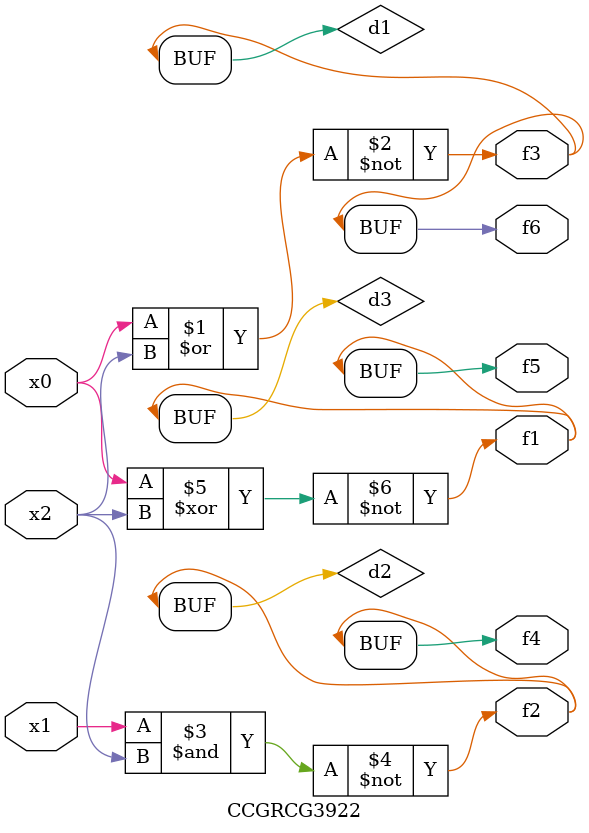
<source format=v>
module CCGRCG3922(
	input x0, x1, x2,
	output f1, f2, f3, f4, f5, f6
);

	wire d1, d2, d3;

	nor (d1, x0, x2);
	nand (d2, x1, x2);
	xnor (d3, x0, x2);
	assign f1 = d3;
	assign f2 = d2;
	assign f3 = d1;
	assign f4 = d2;
	assign f5 = d3;
	assign f6 = d1;
endmodule

</source>
